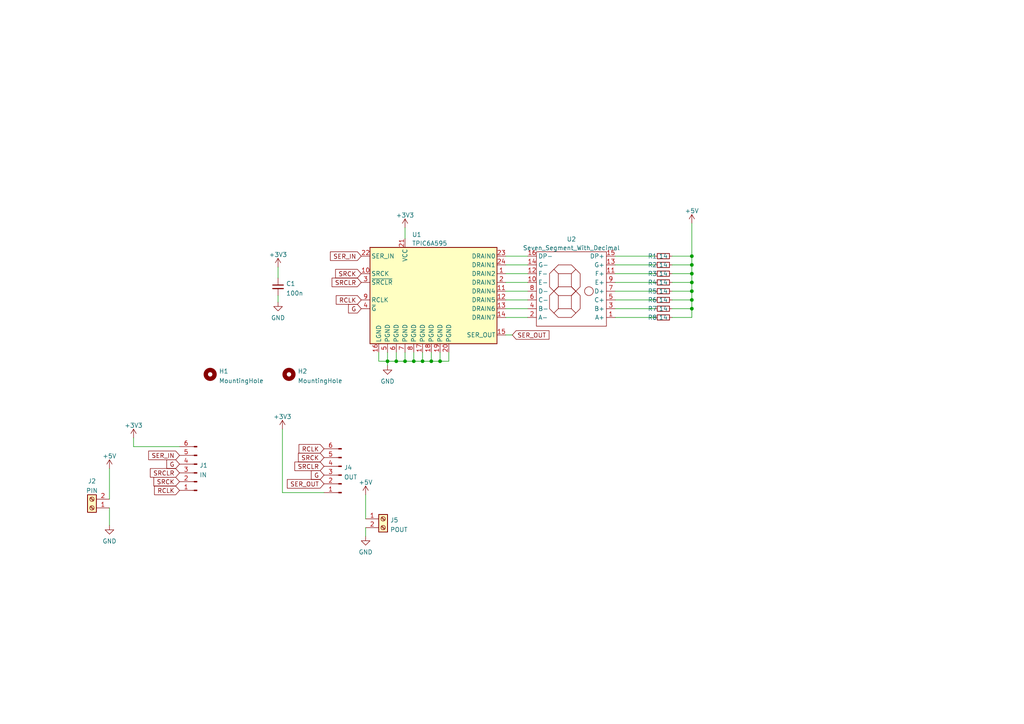
<source format=kicad_sch>
(kicad_sch (version 20211123) (generator eeschema)
  (paper "A4")
  (lib_symbols
    (symbol "Connector:Conn_01x06_Male" (pin_names (offset 1.016) hide)
      (property "Reference" "J" (at 0 7.62 0))
      (property "Value" "Conn_01x06_Male" (at 0 -10.16 0))
      (symbol "Conn_01x06_Male_1_1"
        (polyline (pts (xy 1.27 -7.62) (xy 0.8636 -7.62)) (stroke (width 0.1524)))
        (polyline (pts (xy 1.27 -5.08) (xy 0.8636 -5.08)) (stroke (width 0.1524)))
        (polyline (pts (xy 1.27 -2.54) (xy 0.8636 -2.54)) (stroke (width 0.1524)))
        (polyline (pts (xy 1.27 0) (xy 0.8636 0)) (stroke (width 0.1524)))
        (polyline (pts (xy 1.27 2.54) (xy 0.8636 2.54)) (stroke (width 0.1524)))
        (polyline (pts (xy 1.27 5.08) (xy 0.8636 5.08)) (stroke (width 0.1524)))
        (rectangle (start 0.8636 -7.493) (end 0 -7.747) (stroke (width 0.1524)) (fill (type outline)))
        (rectangle (start 0.8636 -4.953) (end 0 -5.207) (stroke (width 0.1524)) (fill (type outline)))
        (rectangle (start 0.8636 -2.413) (end 0 -2.667) (stroke (width 0.1524)) (fill (type outline)))
        (rectangle (start 0.8636 0.127) (end 0 -0.127) (stroke (width 0.1524)) (fill (type outline)))
        (rectangle (start 0.8636 2.667) (end 0 2.413) (stroke (width 0.1524)) (fill (type outline)))
        (rectangle (start 0.8636 5.207) (end 0 4.953) (stroke (width 0.1524)) (fill (type outline)))
        (pin passive line (at 5.08 5.08 180) (length 3.81) (name "Pin_1") (number "1"))
        (pin passive line (at 5.08 2.54 180) (length 3.81) (name "Pin_2") (number "2"))
        (pin passive line (at 5.08 0 180) (length 3.81) (name "Pin_3") (number "3"))
        (pin passive line (at 5.08 -2.54 180) (length 3.81) (name "Pin_4") (number "4"))
        (pin passive line (at 5.08 -5.08 180) (length 3.81) (name "Pin_5") (number "5"))
        (pin passive line (at 5.08 -7.62 180) (length 3.81) (name "Pin_6") (number "6"))
      )
    )
    (symbol "Connector:Screw_Terminal_01x02" (pin_names (offset 1.016) hide)
      (property "Reference" "J" (at 0 2.54 0))
      (property "Value" "Screw_Terminal_01x02" (at 0 -5.08 0))
      (symbol "Screw_Terminal_01x02_1_1"
        (rectangle (start -1.27 1.27) (end 1.27 -3.81) (stroke (width 0.254)) (fill (type background)))
        (circle (center 0 -2.54) (radius 0.635) (stroke (width 0.1524)))
        (polyline (pts (xy -0.5334 -2.2098) (xy 0.3302 -3.048)) (stroke (width 0.1524)))
        (polyline (pts (xy -0.5334 0.3302) (xy 0.3302 -0.508)) (stroke (width 0.1524)))
        (polyline (pts (xy -0.3556 -2.032) (xy 0.508 -2.8702)) (stroke (width 0.1524)))
        (polyline (pts (xy -0.3556 0.508) (xy 0.508 -0.3302)) (stroke (width 0.1524)))
        (circle (center 0 0) (radius 0.635) (stroke (width 0.1524)))
        (pin passive line (at -5.08 0 0) (length 3.81) (name "Pin_1") (number "1"))
        (pin passive line (at -5.08 -2.54 0) (length 3.81) (name "Pin_2") (number "2"))
      )
    )
    (symbol "Device:C_Small" (pin_numbers hide) (pin_names (offset 0.254) hide)
      (property "Reference" "C" (at 0.254 1.778 0))
      (property "Value" "C_Small" (at 0.254 -2.032 0))
      (symbol "C_Small_0_1"
        (polyline (pts (xy -1.524 -0.508) (xy 1.524 -0.508)) (stroke (width 0.3302)))
        (polyline (pts (xy -1.524 0.508) (xy 1.524 0.508)) (stroke (width 0.3048)))
      )
      (symbol "C_Small_1_1"
        (pin passive line (at 0 2.54 270) (length 2.032) (name "~") (number "1"))
        (pin passive line (at 0 -2.54 90) (length 2.032) (name "~") (number "2"))
      )
    )
    (symbol "Device:R_Small" (pin_numbers hide) (pin_names (offset 0.254) hide)
      (property "Reference" "R" (at 0.762 0.508 0))
      (property "Value" "R_Small" (at 0.762 -1.016 0))
      (symbol "R_Small_0_1"
        (rectangle (start -0.762 1.778) (end 0.762 -1.778) (stroke (width 0.2032)))
      )
      (symbol "R_Small_1_1"
        (pin passive line (at 0 2.54 270) (length 0.762) (name "~") (number "1"))
        (pin passive line (at 0 -2.54 90) (length 0.762) (name "~") (number "2"))
      )
    )
    (symbol "Interface_Expansion:TPIC6A595" (pin_names (offset 0.381))
      (property "Reference" "U" (at -8.89 13.97 0))
      (property "Value" "TPIC6A595" (at 6.35 13.97 0))
      (symbol "TPIC6A595_0_1"
        (rectangle (start -10.16 12.7) (end 26.67 -15.24) (stroke (width 0.254)) (fill (type background)))
      )
      (symbol "TPIC6A595_1_1"
        (pin open_collector line (at 29.21 5.08 180) (length 2.54) (name "DRAIN2") (number "1"))
        (pin input line (at -12.7 5.08 0) (length 2.54) (name "SRCK") (number "10"))
        (pin open_collector line (at 29.21 0 180) (length 2.54) (name "DRAIN4") (number "11"))
        (pin open_collector line (at 29.21 -2.54 180) (length 2.54) (name "DRAIN5") (number "12"))
        (pin open_collector line (at 29.21 -5.08 180) (length 2.54) (name "DRAIN6") (number "13"))
        (pin open_collector line (at 29.21 -7.62 180) (length 2.54) (name "DRAIN7") (number "14"))
        (pin output line (at 29.21 -12.7 180) (length 2.54) (name "SER_OUT") (number "15"))
        (pin power_in line (at -7.62 -17.78 90) (length 2.54) (name "LGND") (number "16"))
        (pin power_in line (at 5.08 -17.78 90) (length 2.54) (name "PGND") (number "17"))
        (pin power_in line (at 7.62 -17.78 90) (length 2.54) (name "PGND") (number "18"))
        (pin power_in line (at 10.16 -17.78 90) (length 2.54) (name "PGND") (number "19"))
        (pin open_collector line (at 29.21 2.54 180) (length 2.54) (name "DRAIN3") (number "2"))
        (pin power_in line (at 12.7 -17.78 90) (length 2.54) (name "PGND") (number "20"))
        (pin power_in line (at 0 15.24 270) (length 2.54) (name "VCC") (number "21"))
        (pin input line (at -12.7 10.16 0) (length 2.54) (name "SER_IN") (number "22"))
        (pin open_collector line (at 29.21 10.16 180) (length 2.54) (name "DRAIN0") (number "23"))
        (pin open_collector line (at 29.21 7.62 180) (length 2.54) (name "DRAIN1") (number "24"))
        (pin input line (at -12.7 2.54 0) (length 2.54) (name "~{SRCLR}") (number "3"))
        (pin input line (at -12.7 -5.08 0) (length 2.54) (name "~{G}") (number "4"))
        (pin power_in line (at -5.08 -17.78 90) (length 2.54) (name "PGND") (number "5"))
        (pin power_in line (at -2.54 -17.78 90) (length 2.54) (name "PGND") (number "6"))
        (pin power_in line (at 0 -17.78 90) (length 2.54) (name "PGND") (number "7"))
        (pin power_in line (at 2.54 -17.78 90) (length 2.54) (name "PGND") (number "8"))
        (pin input line (at -12.7 -2.54 0) (length 2.54) (name "RCLK") (number "9"))
      )
    )
    (symbol "LED_Filaments:Seven_Segment_With_Decimal" (in_bom no)
      (property "Reference" "U" (at -1.27 11.43 0))
      (property "Value" "Seven_Segment_With_Decimal" (at 2.54 -12.7 0))
      (symbol "Seven_Segment_With_Decimal_0_1"
        (rectangle (start -7.62 10.16) (end 12.7 -11.43) (stroke (width 0.1524)))
        (circle (center -2.54 0) (radius 1.27) (stroke (width 0.1524)))
        (polyline (pts (xy 2.54 7.62) (xy 1.27 6.35)) (stroke (width 0.1524)))
        (polyline (pts (xy 6.35 -7.62) (xy 7.62 -6.35)) (stroke (width 0.1524)))
        (polyline (pts (xy 1.27 -6.35) (xy 0 -5.08) (xy 0 -1.27) (xy 1.27 0) (xy 2.54 -1.27) (xy 2.54 -5.08)) (stroke (width 0.1524)))
        (polyline (pts (xy 2.54 5.08) (xy 2.54 1.27) (xy 1.27 0) (xy 0 1.27) (xy 0 5.08) (xy 1.27 6.35)) (stroke (width 0.1524)))
        (polyline (pts (xy 2.54 7.62) (xy 6.35 7.62) (xy 7.62 6.35) (xy 6.35 5.08) (xy 2.54 5.08) (xy 1.27 6.35)) (stroke (width 0.1524)))
        (polyline (pts (xy 6.35 -7.62) (xy 2.54 -7.62) (xy 1.27 -6.35) (xy 2.54 -5.08) (xy 6.35 -5.08) (xy 7.62 -6.35)) (stroke (width 0.1524)))
        (polyline (pts (xy 6.35 -5.08) (xy 6.35 -1.27) (xy 7.62 0) (xy 8.89 -1.27) (xy 8.89 -5.08) (xy 7.62 -6.35)) (stroke (width 0.1524)))
        (polyline (pts (xy 6.35 1.27) (xy 2.54 1.27) (xy 1.27 0) (xy 2.54 -1.27) (xy 6.35 -1.27) (xy 7.62 0)) (stroke (width 0.1524)))
        (polyline (pts (xy 7.62 6.35) (xy 8.89 5.08) (xy 8.89 1.27) (xy 7.62 0) (xy 6.35 1.27) (xy 6.35 5.08)) (stroke (width 0.1524)))
      )
      (symbol "Seven_Segment_With_Decimal_1_1"
        (pin passive line (at -10.16 7.62 0) (length 2.54) (name "A+") (number "1"))
        (pin passive line (at 15.24 -2.54 180) (length 2.54) (name "E-") (number "10"))
        (pin passive line (at -10.16 -5.08 0) (length 2.54) (name "F+") (number "11"))
        (pin passive line (at 15.24 -5.08 180) (length 2.54) (name "F-") (number "12"))
        (pin passive line (at -10.16 -7.62 0) (length 2.54) (name "G+") (number "13"))
        (pin passive line (at 15.24 -7.62 180) (length 2.54) (name "G-") (number "14"))
        (pin passive line (at -10.16 -10.16 0) (length 2.54) (name "DP+") (number "15"))
        (pin passive line (at 15.24 -10.16 180) (length 2.54) (name "DP-") (number "16"))
        (pin passive line (at 15.24 7.62 180) (length 2.54) (name "A-") (number "2"))
        (pin passive line (at -10.16 5.08 0) (length 2.54) (name "B+") (number "3"))
        (pin passive line (at 15.24 5.08 180) (length 2.54) (name "B-") (number "4"))
        (pin passive line (at -10.16 2.54 0) (length 2.54) (name "C+") (number "5"))
        (pin passive line (at 15.24 2.54 180) (length 2.54) (name "C-") (number "6"))
        (pin passive line (at -10.16 0 0) (length 2.54) (name "D+") (number "7"))
        (pin passive line (at 15.24 0 180) (length 2.54) (name "D-") (number "8"))
        (pin passive line (at -10.16 -2.54 0) (length 2.54) (name "E+") (number "9"))
      )
    )
    (symbol "Mechanical:MountingHole" (pin_names (offset 1.016))
      (property "Reference" "H" (at 0 5.08 0))
      (property "Value" "MountingHole" (at 0 3.175 0))
      (symbol "MountingHole_0_1"
        (circle (center 0 0) (radius 1.27) (stroke (width 1.27)))
      )
    )
    (symbol "power:+3V3" (power) (pin_names (offset 0))
      (property "Value" "+3V3" (at 0 3.556 0))
      (symbol "+3V3_0_1"
        (polyline (pts (xy -0.762 1.27) (xy 0 2.54)))
        (polyline (pts (xy 0 0) (xy 0 2.54)))
        (polyline (pts (xy 0 2.54) (xy 0.762 1.27)))
      )
      (symbol "+3V3_1_1"
        (pin power_in line (at 0 0 90) (length 0) hide (name "+3V3") (number "1"))
      )
    )
    (symbol "power:+5V" (power) (pin_names (offset 0))
      (property "Value" "+5V" (at 0 3.556 0))
      (symbol "+5V_0_1"
        (polyline (pts (xy -0.762 1.27) (xy 0 2.54)))
        (polyline (pts (xy 0 0) (xy 0 2.54)))
        (polyline (pts (xy 0 2.54) (xy 0.762 1.27)))
      )
      (symbol "+5V_1_1"
        (pin power_in line (at 0 0 90) (length 0) hide (name "+5V") (number "1"))
      )
    )
    (symbol "power:GND" (power) (pin_names (offset 0))
      (property "Value" "GND" (at 0 -3.81 0))
      (symbol "GND_0_1"
        (polyline (pts (xy 0 0) (xy 0 -1.27) (xy 1.27 -1.27) (xy 0 -2.54) (xy -1.27 -1.27) (xy 0 -1.27)))
      )
      (symbol "GND_1_1"
        (pin power_in line (at 0 0 270) (length 0) hide (name "GND") (number "1"))
      )
    )
  )
  (junction (at 200.66 76.835))
  (junction (at 120.015 104.775))
  (junction (at 112.395 104.775))
  (junction (at 127.635 104.775))
  (junction (at 200.66 84.455))
  (junction (at 114.935 104.775))
  (junction (at 117.475 104.775))
  (junction (at 125.095 104.775))
  (junction (at 200.66 74.295))
  (junction (at 122.555 104.775))
  (junction (at 200.66 79.375))
  (junction (at 200.66 81.915))
  (junction (at 200.66 86.995))
  (junction (at 200.66 89.535))
  (wire (pts (xy 117.475 102.235) (xy 117.475 104.775)))
  (wire (pts (xy 120.015 102.235) (xy 120.015 104.775)))
  (wire (pts (xy 200.66 81.915) (xy 200.66 84.455)))
  (wire (pts (xy 122.555 102.235) (xy 122.555 104.775)))
  (wire (pts (xy 80.645 85.725) (xy 80.645 87.63)))
  (wire (pts (xy 130.175 102.235) (xy 130.175 104.775)))
  (wire (pts (xy 109.855 104.775) (xy 112.395 104.775)))
  (wire (pts (xy 200.66 79.375) (xy 200.66 81.915)))
  (wire (pts (xy 114.935 104.775) (xy 117.475 104.775)))
  (wire (pts (xy 125.095 102.235) (xy 125.095 104.775)))
  (wire (pts (xy 106.045 143.51) (xy 106.045 150.495)))
  (wire (pts (xy 178.435 86.995) (xy 189.865 86.995)))
  (wire (pts (xy 146.685 79.375) (xy 153.035 79.375)))
  (wire (pts (xy 194.945 76.835) (xy 200.66 76.835)))
  (wire (pts (xy 200.66 86.995) (xy 200.66 89.535)))
  (wire (pts (xy 178.435 79.375) (xy 189.865 79.375)))
  (wire (pts (xy 127.635 104.775) (xy 130.175 104.775)))
  (wire (pts (xy 178.435 74.295) (xy 189.865 74.295)))
  (wire (pts (xy 194.945 86.995) (xy 200.66 86.995)))
  (wire (pts (xy 120.015 104.775) (xy 122.555 104.775)))
  (wire (pts (xy 194.945 81.915) (xy 200.66 81.915)))
  (wire (pts (xy 146.685 84.455) (xy 153.035 84.455)))
  (wire (pts (xy 106.045 153.035) (xy 106.045 155.575)))
  (wire (pts (xy 200.66 89.535) (xy 200.66 92.075)))
  (wire (pts (xy 194.945 92.075) (xy 200.66 92.075)))
  (wire (pts (xy 178.435 89.535) (xy 189.865 89.535)))
  (wire (pts (xy 194.945 89.535) (xy 200.66 89.535)))
  (wire (pts (xy 117.475 66.04) (xy 117.475 69.215)))
  (wire (pts (xy 31.75 144.78) (xy 31.75 135.89)))
  (wire (pts (xy 194.945 74.295) (xy 200.66 74.295)))
  (wire (pts (xy 178.435 92.075) (xy 189.865 92.075)))
  (wire (pts (xy 194.945 79.375) (xy 200.66 79.375)))
  (wire (pts (xy 178.435 84.455) (xy 189.865 84.455)))
  (wire (pts (xy 146.685 76.835) (xy 153.035 76.835)))
  (wire (pts (xy 109.855 102.235) (xy 109.855 104.775)))
  (wire (pts (xy 114.935 102.235) (xy 114.935 104.775)))
  (wire (pts (xy 146.685 86.995) (xy 153.035 86.995)))
  (wire (pts (xy 112.395 102.235) (xy 112.395 104.775)))
  (wire (pts (xy 178.435 81.915) (xy 189.865 81.915)))
  (wire (pts (xy 127.635 102.235) (xy 127.635 104.775)))
  (wire (pts (xy 146.685 81.915) (xy 153.035 81.915)))
  (wire (pts (xy 178.435 76.835) (xy 189.865 76.835)))
  (wire (pts (xy 81.915 142.875) (xy 93.98 142.875)))
  (wire (pts (xy 117.475 104.775) (xy 120.015 104.775)))
  (wire (pts (xy 31.75 147.32) (xy 31.75 152.4)))
  (wire (pts (xy 80.645 77.47) (xy 80.645 80.645)))
  (wire (pts (xy 112.395 104.775) (xy 112.395 106.045)))
  (wire (pts (xy 81.915 124.46) (xy 81.915 142.875)))
  (wire (pts (xy 146.685 97.155) (xy 148.59 97.155)))
  (wire (pts (xy 200.66 84.455) (xy 200.66 86.995)))
  (wire (pts (xy 194.945 84.455) (xy 200.66 84.455)))
  (wire (pts (xy 200.66 64.77) (xy 200.66 74.295)))
  (wire (pts (xy 200.66 74.295) (xy 200.66 76.835)))
  (wire (pts (xy 122.555 104.775) (xy 125.095 104.775)))
  (wire (pts (xy 112.395 104.775) (xy 114.935 104.775)))
  (wire (pts (xy 146.685 89.535) (xy 153.035 89.535)))
  (wire (pts (xy 38.735 129.54) (xy 52.07 129.54)))
  (wire (pts (xy 146.685 92.075) (xy 153.035 92.075)))
  (wire (pts (xy 125.095 104.775) (xy 127.635 104.775)))
  (wire (pts (xy 146.685 74.295) (xy 153.035 74.295)))
  (wire (pts (xy 200.66 76.835) (xy 200.66 79.375)))
  (wire (pts (xy 38.735 127) (xy 38.735 129.54)))
  (global_label "G" (shape input) (at 52.07 134.62 180) (property "Intersheet References" "${INTERSHEET_REFS}" (effects hide)))
  (global_label "SER_IN" (shape input) (at 104.775 74.295 180) (property "Intersheet References" "${INTERSHEET_REFS}" (effects hide)))
  (global_label "G" (shape input) (at 104.775 89.535 180) (property "Intersheet References" "${INTERSHEET_REFS}" (effects hide)))
  (global_label "SER_IN" (shape input) (at 52.07 132.08 180) (property "Intersheet References" "${INTERSHEET_REFS}" (effects hide)))
  (global_label "SER_OUT" (shape input) (at 148.59 97.155 0) (property "Intersheet References" "${INTERSHEET_REFS}" (effects hide)))
  (global_label "RCLK" (shape input) (at 104.775 86.995 180) (property "Intersheet References" "${INTERSHEET_REFS}" (effects hide)))
  (global_label "SRCLR" (shape input) (at 104.775 81.915 180) (property "Intersheet References" "${INTERSHEET_REFS}" (effects hide)))
  (global_label "SER_OUT" (shape input) (at 93.98 140.335 180) (property "Intersheet References" "${INTERSHEET_REFS}" (effects hide)))
  (global_label "SRCLR" (shape input) (at 93.98 135.255 180) (property "Intersheet References" "${INTERSHEET_REFS}" (effects hide)))
  (global_label "SRCK" (shape input) (at 52.07 139.7 180) (property "Intersheet References" "${INTERSHEET_REFS}" (effects hide)))
  (global_label "SRCK" (shape input) (at 104.775 79.375 180) (property "Intersheet References" "${INTERSHEET_REFS}" (effects hide)))
  (global_label "G" (shape input) (at 93.98 137.795 180) (property "Intersheet References" "${INTERSHEET_REFS}" (effects hide)))
  (global_label "SRCLR" (shape input) (at 52.07 137.16 180) (property "Intersheet References" "${INTERSHEET_REFS}" (effects hide)))
  (global_label "SRCK" (shape input) (at 93.98 132.715 180) (property "Intersheet References" "${INTERSHEET_REFS}" (effects hide)))
  (global_label "RCLK" (shape input) (at 93.98 130.175 180) (property "Intersheet References" "${INTERSHEET_REFS}" (effects hide)))
  (global_label "RCLK" (shape input) (at 52.07 142.24 180) (property "Intersheet References" "${INTERSHEET_REFS}" (effects hide)))
  (symbol (lib_id "Device:R_Small") (at 192.405 79.375 90) (unit 1)
    (property "Reference" "R3" (at 189.23 79.375 90))
    (property "Value" "14" (at 192.405 79.375 90))
    (property "Footprint" "Resistor_SMD:R_0805_2012Metric" (effects hide))
  )
  (symbol (lib_id "power:GND") (at 80.645 87.63 0) (unit 1)
    (property "Reference" "#PWR0105" (effects hide))
    (property "Value" "GND" (at 80.645 92.1925 0))
  )
  (symbol (lib_id "Interface_Expansion:TPIC6A595") (at 117.475 84.455 0) (unit 1)
    (property "Reference" "U1" (at 119.4944 68.0552 0) (effects (justify left)))
    (property "Value" "TPIC6A595" (at 119.4944 70.5921 0) (effects (justify left)))
    (property "Footprint" "Package_SO:SOIC-24W_7.5x15.4mm_P1.27mm" (effects hide))
    (property "Datasheet" "https://www.ti.com/lit/ds/symlink/tpic6a595.pdf" (effects hide))
  )
  (symbol (lib_id "Device:R_Small") (at 192.405 81.915 90) (unit 1)
    (property "Reference" "R4" (at 189.23 81.915 90))
    (property "Value" "14" (at 192.405 81.915 90))
    (property "Footprint" "Resistor_SMD:R_0805_2012Metric" (effects hide))
  )
  (symbol (lib_id "Connector:Conn_01x06_Male") (at 99.06 137.795 180) (unit 1)
    (property "Reference" "J4" (at 99.7712 135.6165 0) (effects (justify right)))
    (property "Value" "OUT" (at 99.7712 138.3916 0) (effects (justify right)))
    (property "Footprint" "Connector_PinHeader_2.54mm:PinHeader_1x06_P2.54mm_Horizontal" (effects hide))
  )
  (symbol (lib_id "power:+3V3") (at 117.475 66.04 0) (unit 1)
    (property "Reference" "#PWR0102" (effects hide))
    (property "Value" "+3V3" (at 117.475 62.4355 0))
  )
  (symbol (lib_id "Connector:Conn_01x06_Male") (at 57.15 137.16 180) (unit 1)
    (property "Reference" "J1" (at 57.8612 134.9815 0) (effects (justify right)))
    (property "Value" "IN" (at 57.8612 137.7566 0) (effects (justify right)))
    (property "Footprint" "Connector_PinHeader_2.54mm:PinHeader_1x06_P2.54mm_Horizontal" (effects hide))
  )
  (symbol (lib_id "power:+3V3") (at 38.735 127 0) (unit 1)
    (property "Reference" "#PWR0108" (effects hide))
    (property "Value" "+3V3" (at 38.735 123.3955 0))
  )
  (symbol (lib_id "Device:R_Small") (at 192.405 86.995 90) (unit 1)
    (property "Reference" "R6" (at 189.23 86.995 90))
    (property "Value" "14" (at 192.405 86.995 90))
    (property "Footprint" "Resistor_SMD:R_0805_2012Metric" (effects hide))
  )
  (symbol (lib_id "power:GND") (at 31.75 152.4 0) (unit 1)
    (property "Reference" "#PWR0107" (effects hide))
    (property "Value" "GND" (at 31.75 156.9625 0))
  )
  (symbol (lib_id "power:+3V3") (at 80.645 77.47 0) (unit 1)
    (property "Reference" "#PWR0104" (effects hide))
    (property "Value" "+3V3" (at 80.645 73.8655 0))
  )
  (symbol (lib_id "Connector:Screw_Terminal_01x02") (at 111.125 150.495 0) (unit 1)
    (property "Reference" "J5" (at 113.157 150.8565 0) (effects (justify left)))
    (property "Value" "POUT" (at 113.157 153.6316 0) (effects (justify left)))
    (property "Footprint" "TerminalBlock_Phoenix:TerminalBlock_Phoenix_MKDS-1,5-2-5.08_1x02_P5.08mm_Horizontal" (effects hide))
  )
  (symbol (lib_id "Device:R_Small") (at 192.405 92.075 90) (unit 1)
    (property "Reference" "R8" (at 189.23 92.075 90))
    (property "Value" "14" (at 192.405 92.075 90))
    (property "Footprint" "Resistor_SMD:R_0805_2012Metric" (effects hide))
  )
  (symbol (lib_id "Connector:Screw_Terminal_01x02") (at 26.67 147.32 180) (unit 1)
    (property "Reference" "J2" (at 26.67 139.5435 0))
    (property "Value" "PIN" (at 26.67 142.3186 0))
    (property "Footprint" "TerminalBlock_Phoenix:TerminalBlock_Phoenix_MKDS-1,5-2-5.08_1x02_P5.08mm_Horizontal" (effects hide))
  )
  (symbol (lib_id "Device:C_Small") (at 80.645 83.185 0) (unit 1)
    (property "Reference" "C1" (at 82.9691 82.2828 0) (effects (justify left)))
    (property "Value" "100n" (at 82.9691 85.0579 0) (effects (justify left)))
    (property "Footprint" "Capacitor_SMD:C_0603_1608Metric" (effects hide))
  )
  (symbol (lib_id "LED_Filaments:Seven_Segment_With_Decimal") (at 168.275 84.455 180) (unit 1) (in_bom no)
    (property "Reference" "U2" (at 165.735 69.376 0))
    (property "Value" "Seven_Segment_With_Decimal" (at 165.735 71.9129 0))
    (property "Footprint" "LED_Filaments:Segen_Segment_69mm_with_dp" (effects hide))
  )
  (symbol (lib_id "Device:R_Small") (at 192.405 89.535 90) (unit 1)
    (property "Reference" "R7" (at 189.23 89.535 90))
    (property "Value" "14" (at 192.405 89.535 90))
    (property "Footprint" "Resistor_SMD:R_0805_2012Metric" (effects hide))
  )
  (symbol (lib_id "power:+5V") (at 31.75 135.89 0) (unit 1)
    (property "Reference" "#PWR0109" (effects hide))
    (property "Value" "+5V" (at 31.75 132.2855 0))
  )
  (symbol (lib_id "power:+5V") (at 200.66 64.77 0) (unit 1)
    (property "Reference" "#PWR0101" (effects hide))
    (property "Value" "+5V" (at 200.66 61.1655 0))
  )
  (symbol (lib_id "power:+5V") (at 106.045 143.51 0) (unit 1)
    (property "Reference" "#PWR0110" (effects hide))
    (property "Value" "+5V" (at 106.045 139.9055 0))
  )
  (symbol (lib_id "Device:R_Small") (at 192.405 74.295 90) (unit 1)
    (property "Reference" "R1" (at 189.23 74.295 90))
    (property "Value" "14" (at 192.405 74.295 90))
    (property "Footprint" "Resistor_SMD:R_0805_2012Metric" (effects hide))
  )
  (symbol (lib_id "power:GND") (at 106.045 155.575 0) (unit 1)
    (property "Reference" "#PWR0106" (effects hide))
    (property "Value" "GND" (at 106.045 160.1375 0))
  )
  (symbol (lib_id "Mechanical:MountingHole") (at 83.82 108.585 0) (unit 1)
    (property "Reference" "H2" (at 86.36 107.6765 0) (effects (justify left)))
    (property "Value" "MountingHole" (at 86.36 110.4516 0) (effects (justify left)))
    (property "Footprint" "MountingHole:MountingHole_3.2mm_M3" (effects hide))
  )
  (symbol (lib_id "Device:R_Small") (at 192.405 84.455 90) (unit 1)
    (property "Reference" "R5" (at 189.23 84.455 90))
    (property "Value" "14" (at 192.405 84.455 90))
    (property "Footprint" "Resistor_SMD:R_0805_2012Metric" (effects hide))
  )
  (symbol (lib_id "Device:R_Small") (at 192.405 76.835 90) (unit 1)
    (property "Reference" "R2" (at 189.23 76.835 90))
    (property "Value" "14" (at 192.405 76.835 90))
    (property "Footprint" "Resistor_SMD:R_0805_2012Metric" (effects hide))
  )
  (symbol (lib_id "power:+3V3") (at 81.915 124.46 0) (unit 1)
    (property "Reference" "#PWR0111" (effects hide))
    (property "Value" "+3V3" (at 81.915 120.8555 0))
  )
  (symbol (lib_id "power:GND") (at 112.395 106.045 0) (unit 1)
    (property "Reference" "#PWR0103" (effects hide))
    (property "Value" "GND" (at 112.395 110.6075 0))
  )
  (symbol (lib_id "Mechanical:MountingHole") (at 60.96 108.585 0) (unit 1)
    (property "Reference" "H1" (at 63.5 107.6765 0) (effects (justify left)))
    (property "Value" "MountingHole" (at 63.5 110.4516 0) (effects (justify left)))
    (property "Footprint" "MountingHole:MountingHole_3.2mm_M3" (effects hide))
  )
)
</source>
